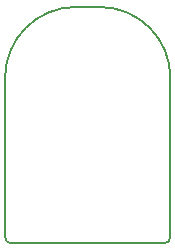
<source format=gm1>
G04 #@! TF.FileFunction,Profile,NP*
%FSLAX46Y46*%
G04 Gerber Fmt 4.6, Leading zero omitted, Abs format (unit mm)*
G04 Created by KiCad (PCBNEW 4.0.7-e2-6376~58~ubuntu16.04.1) date Mon Mar 11 22:55:58 2019*
%MOMM*%
%LPD*%
G01*
G04 APERTURE LIST*
%ADD10C,0.100000*%
%ADD11C,0.150000*%
G04 APERTURE END LIST*
D10*
D11*
X143000000Y-112500000D02*
G75*
G03X143500000Y-113000000I500000J0D01*
G01*
X156500000Y-113000000D02*
G75*
G03X157000000Y-112500000I0J500000D01*
G01*
X157000000Y-99000000D02*
G75*
G03X151000000Y-93000000I-6000000J0D01*
G01*
X149000000Y-93000000D02*
G75*
G03X143000000Y-99000000I0J-6000000D01*
G01*
X157000000Y-99000000D02*
X157000000Y-112500000D01*
X149000000Y-93000000D02*
X151000000Y-93000000D01*
X143000000Y-112500000D02*
X143000000Y-99000000D01*
X143500000Y-113000000D02*
X156500000Y-113000000D01*
M02*

</source>
